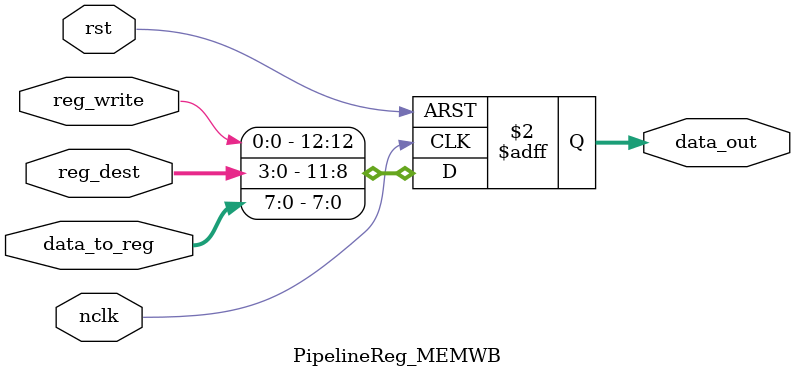
<source format=v>
module PipelineReg_MEMWB(nclk,rst,data_to_reg,reg_dest,reg_write,data_out);
  input [7:0] data_to_reg;
  input [3:0] reg_dest;
  input reg_write,rst;
  input nclk;
  output reg[12:0] data_out;
  
  always @(posedge nclk or posedge rst) begin
    if (rst)
      data_out <= 0;
    else begin
      data_out[7:0] <= data_to_reg;
      data_out[11:8] <= reg_dest;
      data_out[12] <= reg_write;
    end
  end
endmodule

</source>
